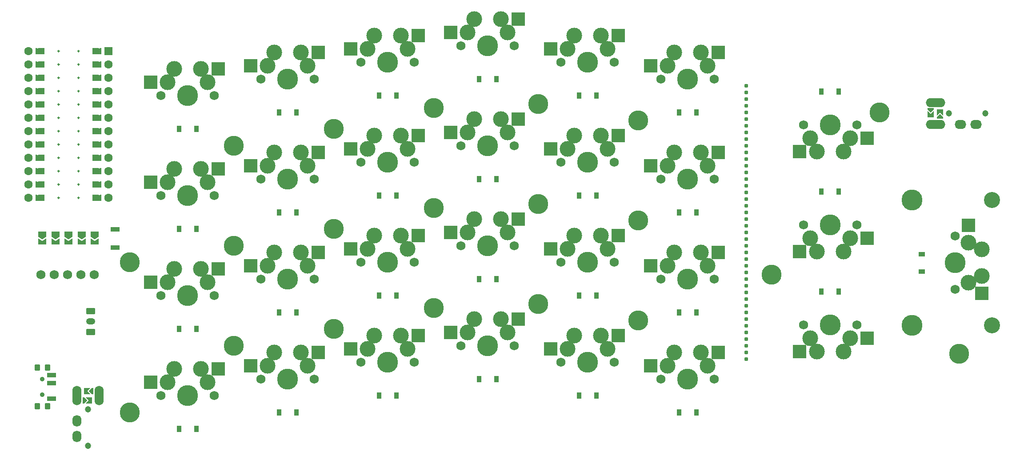
<source format=gbr>
%TF.GenerationSoftware,KiCad,Pcbnew,7.0.7*%
%TF.CreationDate,2023-08-28T12:27:39-04:00*%
%TF.ProjectId,garden,67617264-656e-42e6-9b69-6361645f7063,rev?*%
%TF.SameCoordinates,Original*%
%TF.FileFunction,Soldermask,Bot*%
%TF.FilePolarity,Negative*%
%FSLAX46Y46*%
G04 Gerber Fmt 4.6, Leading zero omitted, Abs format (unit mm)*
G04 Created by KiCad (PCBNEW 7.0.7) date 2023-08-28 12:27:39*
%MOMM*%
%LPD*%
G01*
G04 APERTURE LIST*
G04 Aperture macros list*
%AMRoundRect*
0 Rectangle with rounded corners*
0 $1 Rounding radius*
0 $2 $3 $4 $5 $6 $7 $8 $9 X,Y pos of 4 corners*
0 Add a 4 corners polygon primitive as box body*
4,1,4,$2,$3,$4,$5,$6,$7,$8,$9,$2,$3,0*
0 Add four circle primitives for the rounded corners*
1,1,$1+$1,$2,$3*
1,1,$1+$1,$4,$5*
1,1,$1+$1,$6,$7*
1,1,$1+$1,$8,$9*
0 Add four rect primitives between the rounded corners*
20,1,$1+$1,$2,$3,$4,$5,0*
20,1,$1+$1,$4,$5,$6,$7,0*
20,1,$1+$1,$6,$7,$8,$9,0*
20,1,$1+$1,$8,$9,$2,$3,0*%
%AMFreePoly0*
4,1,6,0.500000,-0.750000,-0.500000,-0.750000,-1.000000,0.000000,-0.500000,0.750000,0.500000,0.750000,0.500000,-0.750000,0.500000,-0.750000,$1*%
%AMFreePoly1*
4,1,6,0.150000,0.000000,0.650000,-0.750000,-0.500000,-0.750000,-0.500000,0.750000,0.650000,0.750000,0.150000,0.000000,0.150000,0.000000,$1*%
%AMFreePoly2*
4,1,6,0.600000,0.200000,0.000000,-0.400000,-0.600000,0.200000,-0.600000,0.500000,0.600000,0.500000,0.600000,0.200000,0.600000,0.200000,$1*%
%AMFreePoly3*
4,1,6,0.600000,-0.250000,-0.600000,-0.250000,-0.600000,1.000000,0.000000,0.400000,0.600000,1.000000,0.600000,-0.250000,0.600000,-0.250000,$1*%
%AMFreePoly4*
4,1,6,0.600000,-0.200000,0.600000,-0.400000,-0.600000,-0.400000,-0.600000,-0.200000,0.000000,0.400000,0.600000,-0.200000,0.600000,-0.200000,$1*%
%AMFreePoly5*
4,1,6,0.600000,-1.000000,0.000000,-0.400000,-0.600000,-1.000000,-0.600000,0.250000,0.600000,0.250000,0.600000,-1.000000,0.600000,-1.000000,$1*%
%AMFreePoly6*
4,1,6,0.600000,-0.200000,0.600000,-0.500000,-0.600000,-0.500000,-0.600000,-0.200000,0.000000,0.400000,0.600000,-0.200000,0.600000,-0.200000,$1*%
G04 Aperture macros list end*
%ADD10C,0.250000*%
%ADD11C,0.100000*%
%ADD12C,1.750000*%
%ADD13C,3.000000*%
%ADD14C,3.987800*%
%ADD15R,2.550000X2.500000*%
%ADD16R,0.900000X1.200000*%
%ADD17C,2.600000*%
%ADD18C,3.800000*%
%ADD19C,0.787400*%
%ADD20C,3.048000*%
%ADD21R,2.500000X2.550000*%
%ADD22FreePoly0,90.000000*%
%ADD23FreePoly1,90.000000*%
%ADD24O,3.700000X1.700000*%
%ADD25FreePoly2,0.000000*%
%ADD26C,1.200000*%
%ADD27FreePoly2,180.000000*%
%ADD28FreePoly3,0.000000*%
%ADD29FreePoly3,180.000000*%
%ADD30O,2.200000X1.700000*%
%ADD31R,1.200000X0.900000*%
%ADD32R,1.803400X0.812800*%
%ADD33RoundRect,0.250000X0.625000X-0.350000X0.625000X0.350000X-0.625000X0.350000X-0.625000X-0.350000X0*%
%ADD34RoundRect,0.250000X-0.625000X0.350000X-0.625000X-0.350000X0.625000X-0.350000X0.625000X0.350000X0*%
%ADD35O,1.750000X1.200000*%
%ADD36C,1.600000*%
%ADD37R,1.600000X1.600000*%
%ADD38FreePoly4,90.000000*%
%ADD39FreePoly4,270.000000*%
%ADD40FreePoly5,270.000000*%
%ADD41FreePoly5,90.000000*%
%ADD42C,0.900000*%
%ADD43RoundRect,0.102000X0.750000X-0.350000X0.750000X0.350000X-0.750000X0.350000X-0.750000X-0.350000X0*%
%ADD44RoundRect,0.102000X0.400000X-0.500000X0.400000X0.500000X-0.400000X0.500000X-0.400000X-0.500000X0*%
%ADD45C,1.752600*%
%ADD46O,1.700000X3.700000*%
%ADD47FreePoly6,270.000000*%
%ADD48FreePoly6,90.000000*%
%ADD49O,1.700000X2.200000*%
G04 APERTURE END LIST*
D10*
%TO.C,U1*%
X43559250Y-55821679D02*
G75*
G03*
X43559250Y-55821679I-125000J0D01*
G01*
X39753250Y-55821679D02*
G75*
G03*
X39753250Y-55821679I-125000J0D01*
G01*
X43559250Y-58361679D02*
G75*
G03*
X43559250Y-58361679I-125000J0D01*
G01*
X39753250Y-58361679D02*
G75*
G03*
X39753250Y-58361679I-125000J0D01*
G01*
X43559250Y-60901679D02*
G75*
G03*
X43559250Y-60901679I-125000J0D01*
G01*
X39753250Y-60901679D02*
G75*
G03*
X39753250Y-60901679I-125000J0D01*
G01*
X43559250Y-63441679D02*
G75*
G03*
X43559250Y-63441679I-125000J0D01*
G01*
X39753250Y-63441679D02*
G75*
G03*
X39753250Y-63441679I-125000J0D01*
G01*
X43559250Y-65981679D02*
G75*
G03*
X43559250Y-65981679I-125000J0D01*
G01*
X39753250Y-65981679D02*
G75*
G03*
X39753250Y-65981679I-125000J0D01*
G01*
X43559250Y-68521679D02*
G75*
G03*
X43559250Y-68521679I-125000J0D01*
G01*
X39753250Y-68521679D02*
G75*
G03*
X39753250Y-68521679I-125000J0D01*
G01*
X43559250Y-71061679D02*
G75*
G03*
X43559250Y-71061679I-125000J0D01*
G01*
X39753250Y-71061679D02*
G75*
G03*
X39753250Y-71061679I-125000J0D01*
G01*
X43559250Y-73601679D02*
G75*
G03*
X43559250Y-73601679I-125000J0D01*
G01*
X39753250Y-73601679D02*
G75*
G03*
X39753250Y-73601679I-125000J0D01*
G01*
X43559250Y-76141679D02*
G75*
G03*
X43559250Y-76141679I-125000J0D01*
G01*
X39753250Y-76141679D02*
G75*
G03*
X39753250Y-76141679I-125000J0D01*
G01*
X43559250Y-78681679D02*
G75*
G03*
X43559250Y-78681679I-125000J0D01*
G01*
X39753250Y-78681679D02*
G75*
G03*
X39753250Y-78681679I-125000J0D01*
G01*
X43559250Y-81221679D02*
G75*
G03*
X43559250Y-81221679I-125000J0D01*
G01*
X39753250Y-81221679D02*
G75*
G03*
X39753250Y-81221679I-125000J0D01*
G01*
X43559250Y-83761679D02*
G75*
G03*
X43559250Y-83761679I-125000J0D01*
G01*
X39753250Y-83761679D02*
G75*
G03*
X39753250Y-83761679I-125000J0D01*
G01*
D11*
X47627250Y-56329679D02*
X46611250Y-56329679D01*
X46611250Y-55313679D01*
X47627250Y-55313679D01*
X47627250Y-56329679D01*
G36*
X47627250Y-56329679D02*
G01*
X46611250Y-56329679D01*
X46611250Y-55313679D01*
X47627250Y-55313679D01*
X47627250Y-56329679D01*
G37*
X36451250Y-56329679D02*
X35435250Y-56329679D01*
X35435250Y-55313679D01*
X36451250Y-55313679D01*
X36451250Y-56329679D01*
G36*
X36451250Y-56329679D02*
G01*
X35435250Y-56329679D01*
X35435250Y-55313679D01*
X36451250Y-55313679D01*
X36451250Y-56329679D01*
G37*
X47627250Y-58869679D02*
X46611250Y-58869679D01*
X46611250Y-57853679D01*
X47627250Y-57853679D01*
X47627250Y-58869679D01*
G36*
X47627250Y-58869679D02*
G01*
X46611250Y-58869679D01*
X46611250Y-57853679D01*
X47627250Y-57853679D01*
X47627250Y-58869679D01*
G37*
X36451250Y-58869679D02*
X35435250Y-58869679D01*
X35435250Y-57853679D01*
X36451250Y-57853679D01*
X36451250Y-58869679D01*
G36*
X36451250Y-58869679D02*
G01*
X35435250Y-58869679D01*
X35435250Y-57853679D01*
X36451250Y-57853679D01*
X36451250Y-58869679D01*
G37*
X47627250Y-61409679D02*
X46611250Y-61409679D01*
X46611250Y-60393679D01*
X47627250Y-60393679D01*
X47627250Y-61409679D01*
G36*
X47627250Y-61409679D02*
G01*
X46611250Y-61409679D01*
X46611250Y-60393679D01*
X47627250Y-60393679D01*
X47627250Y-61409679D01*
G37*
X36451250Y-61409679D02*
X35435250Y-61409679D01*
X35435250Y-60393679D01*
X36451250Y-60393679D01*
X36451250Y-61409679D01*
G36*
X36451250Y-61409679D02*
G01*
X35435250Y-61409679D01*
X35435250Y-60393679D01*
X36451250Y-60393679D01*
X36451250Y-61409679D01*
G37*
X47627250Y-63949679D02*
X46611250Y-63949679D01*
X46611250Y-62933679D01*
X47627250Y-62933679D01*
X47627250Y-63949679D01*
G36*
X47627250Y-63949679D02*
G01*
X46611250Y-63949679D01*
X46611250Y-62933679D01*
X47627250Y-62933679D01*
X47627250Y-63949679D01*
G37*
X36451250Y-63949679D02*
X35435250Y-63949679D01*
X35435250Y-62933679D01*
X36451250Y-62933679D01*
X36451250Y-63949679D01*
G36*
X36451250Y-63949679D02*
G01*
X35435250Y-63949679D01*
X35435250Y-62933679D01*
X36451250Y-62933679D01*
X36451250Y-63949679D01*
G37*
X47627250Y-66489679D02*
X46611250Y-66489679D01*
X46611250Y-65473679D01*
X47627250Y-65473679D01*
X47627250Y-66489679D01*
G36*
X47627250Y-66489679D02*
G01*
X46611250Y-66489679D01*
X46611250Y-65473679D01*
X47627250Y-65473679D01*
X47627250Y-66489679D01*
G37*
X36451250Y-66489679D02*
X35435250Y-66489679D01*
X35435250Y-65473679D01*
X36451250Y-65473679D01*
X36451250Y-66489679D01*
G36*
X36451250Y-66489679D02*
G01*
X35435250Y-66489679D01*
X35435250Y-65473679D01*
X36451250Y-65473679D01*
X36451250Y-66489679D01*
G37*
X47627250Y-69029679D02*
X46611250Y-69029679D01*
X46611250Y-68013679D01*
X47627250Y-68013679D01*
X47627250Y-69029679D01*
G36*
X47627250Y-69029679D02*
G01*
X46611250Y-69029679D01*
X46611250Y-68013679D01*
X47627250Y-68013679D01*
X47627250Y-69029679D01*
G37*
X36451250Y-69029679D02*
X35435250Y-69029679D01*
X35435250Y-68013679D01*
X36451250Y-68013679D01*
X36451250Y-69029679D01*
G36*
X36451250Y-69029679D02*
G01*
X35435250Y-69029679D01*
X35435250Y-68013679D01*
X36451250Y-68013679D01*
X36451250Y-69029679D01*
G37*
X47627250Y-71569679D02*
X46611250Y-71569679D01*
X46611250Y-70553679D01*
X47627250Y-70553679D01*
X47627250Y-71569679D01*
G36*
X47627250Y-71569679D02*
G01*
X46611250Y-71569679D01*
X46611250Y-70553679D01*
X47627250Y-70553679D01*
X47627250Y-71569679D01*
G37*
X36451250Y-71569679D02*
X35435250Y-71569679D01*
X35435250Y-70553679D01*
X36451250Y-70553679D01*
X36451250Y-71569679D01*
G36*
X36451250Y-71569679D02*
G01*
X35435250Y-71569679D01*
X35435250Y-70553679D01*
X36451250Y-70553679D01*
X36451250Y-71569679D01*
G37*
X47627250Y-74109679D02*
X46611250Y-74109679D01*
X46611250Y-73093679D01*
X47627250Y-73093679D01*
X47627250Y-74109679D01*
G36*
X47627250Y-74109679D02*
G01*
X46611250Y-74109679D01*
X46611250Y-73093679D01*
X47627250Y-73093679D01*
X47627250Y-74109679D01*
G37*
X36451250Y-74109679D02*
X35435250Y-74109679D01*
X35435250Y-73093679D01*
X36451250Y-73093679D01*
X36451250Y-74109679D01*
G36*
X36451250Y-74109679D02*
G01*
X35435250Y-74109679D01*
X35435250Y-73093679D01*
X36451250Y-73093679D01*
X36451250Y-74109679D01*
G37*
X47627250Y-76649679D02*
X46611250Y-76649679D01*
X46611250Y-75633679D01*
X47627250Y-75633679D01*
X47627250Y-76649679D01*
G36*
X47627250Y-76649679D02*
G01*
X46611250Y-76649679D01*
X46611250Y-75633679D01*
X47627250Y-75633679D01*
X47627250Y-76649679D01*
G37*
X36451250Y-76649679D02*
X35435250Y-76649679D01*
X35435250Y-75633679D01*
X36451250Y-75633679D01*
X36451250Y-76649679D01*
G36*
X36451250Y-76649679D02*
G01*
X35435250Y-76649679D01*
X35435250Y-75633679D01*
X36451250Y-75633679D01*
X36451250Y-76649679D01*
G37*
X47627250Y-79189679D02*
X46611250Y-79189679D01*
X46611250Y-78173679D01*
X47627250Y-78173679D01*
X47627250Y-79189679D01*
G36*
X47627250Y-79189679D02*
G01*
X46611250Y-79189679D01*
X46611250Y-78173679D01*
X47627250Y-78173679D01*
X47627250Y-79189679D01*
G37*
X36451250Y-79189679D02*
X35435250Y-79189679D01*
X35435250Y-78173679D01*
X36451250Y-78173679D01*
X36451250Y-79189679D01*
G36*
X36451250Y-79189679D02*
G01*
X35435250Y-79189679D01*
X35435250Y-78173679D01*
X36451250Y-78173679D01*
X36451250Y-79189679D01*
G37*
X47627250Y-81729679D02*
X46611250Y-81729679D01*
X46611250Y-80713679D01*
X47627250Y-80713679D01*
X47627250Y-81729679D01*
G36*
X47627250Y-81729679D02*
G01*
X46611250Y-81729679D01*
X46611250Y-80713679D01*
X47627250Y-80713679D01*
X47627250Y-81729679D01*
G37*
X36451250Y-81729679D02*
X35435250Y-81729679D01*
X35435250Y-80713679D01*
X36451250Y-80713679D01*
X36451250Y-81729679D01*
G36*
X36451250Y-81729679D02*
G01*
X35435250Y-81729679D01*
X35435250Y-80713679D01*
X36451250Y-80713679D01*
X36451250Y-81729679D01*
G37*
X47627250Y-84269679D02*
X46611250Y-84269679D01*
X46611250Y-83253679D01*
X47627250Y-83253679D01*
X47627250Y-84269679D01*
G36*
X47627250Y-84269679D02*
G01*
X46611250Y-84269679D01*
X46611250Y-83253679D01*
X47627250Y-83253679D01*
X47627250Y-84269679D01*
G37*
X36451250Y-84269679D02*
X35435250Y-84269679D01*
X35435250Y-83253679D01*
X36451250Y-83253679D01*
X36451250Y-84269679D01*
G36*
X36451250Y-84269679D02*
G01*
X35435250Y-84269679D01*
X35435250Y-83253679D01*
X36451250Y-83253679D01*
X36451250Y-84269679D01*
G37*
%TD*%
D12*
%TO.C,MX15*%
X116301250Y-92868750D03*
D13*
X117571250Y-90328750D03*
D14*
X121381250Y-92868750D03*
D13*
X123921250Y-87788750D03*
D12*
X126461250Y-92868750D03*
D15*
X114296250Y-90328750D03*
X127223250Y-87788750D03*
%TD*%
D16*
%TO.C,D28*%
X184943750Y-63563504D03*
X188243750Y-63563504D03*
%TD*%
D12*
%TO.C,MX7*%
X78201250Y-99218750D03*
D13*
X79471250Y-96678750D03*
D14*
X83281250Y-99218750D03*
D13*
X85821250Y-94138750D03*
D12*
X88361250Y-99218750D03*
D15*
X76196250Y-96678750D03*
X89123250Y-94138750D03*
%TD*%
D16*
%TO.C,D3*%
X65881250Y-108743750D03*
X62581250Y-108743750D03*
%TD*%
D12*
%TO.C,MX21*%
X154401250Y-61118750D03*
D13*
X155671250Y-58578750D03*
D14*
X159481250Y-61118750D03*
D13*
X162021250Y-56038750D03*
D12*
X164561250Y-61118750D03*
D15*
X152396250Y-58578750D03*
X165323250Y-56038750D03*
%TD*%
D17*
%TO.C,REF\u002A\u002A*%
X175418750Y-98425000D03*
D18*
X175418750Y-98425000D03*
%TD*%
D19*
%TO.C,REF\u002A\u002A*%
X170656250Y-103028750D03*
X170656250Y-104298750D03*
X170656250Y-105568750D03*
X170656250Y-106838750D03*
X170656250Y-108108750D03*
%TD*%
%TO.C,REF\u002A\u002A*%
X170656250Y-71278750D03*
X170656250Y-72548750D03*
X170656250Y-73818750D03*
X170656250Y-75088750D03*
X170656250Y-76358750D03*
%TD*%
D17*
%TO.C,REF\u002A\u002A*%
X150018750Y-107156250D03*
D18*
X150018750Y-107156250D03*
%TD*%
D17*
%TO.C,REF\u002A\u002A*%
X53181250Y-96043750D03*
D18*
X53181250Y-96043750D03*
%TD*%
D16*
%TO.C,D27*%
X184943750Y-82613504D03*
X188243750Y-82613504D03*
%TD*%
D19*
%TO.C,REF\u002A\u002A*%
X170656250Y-64928750D03*
X170656250Y-66198750D03*
X170656250Y-67468750D03*
X170656250Y-68738750D03*
X170656250Y-70008750D03*
%TD*%
D17*
%TO.C,REF\u002A\u002A*%
X73025000Y-92868750D03*
D18*
X73025000Y-92868750D03*
%TD*%
D16*
%TO.C,D13*%
X123031250Y-61118750D03*
X119731250Y-61118750D03*
%TD*%
D12*
%TO.C,MX4*%
X59151250Y-121443750D03*
D13*
X60421250Y-118903750D03*
D14*
X64231250Y-121443750D03*
D13*
X66771250Y-116363750D03*
D12*
X69311250Y-121443750D03*
D15*
X57146250Y-118903750D03*
X70073250Y-116363750D03*
%TD*%
D17*
%TO.C,REF\u002A\u002A*%
X130968750Y-103981250D03*
D18*
X130968750Y-103981250D03*
%TD*%
D17*
%TO.C,REF\u002A\u002A*%
X150018750Y-88106250D03*
D18*
X150018750Y-88106250D03*
%TD*%
D16*
%TO.C,D6*%
X84931250Y-86518750D03*
X81631250Y-86518750D03*
%TD*%
D17*
%TO.C,REF\u002A\u002A*%
X92075000Y-108743750D03*
D18*
X92075000Y-108743750D03*
%TD*%
D19*
%TO.C,REF\u002A\u002A*%
X170656250Y-77628750D03*
X170656250Y-78898750D03*
X170656250Y-80168750D03*
X170656250Y-81438750D03*
X170656250Y-82708750D03*
%TD*%
D16*
%TO.C,D17*%
X142081250Y-64293750D03*
X138781250Y-64293750D03*
%TD*%
D17*
%TO.C,REF\u002A\u002A*%
X92075000Y-89693750D03*
D18*
X92075000Y-89693750D03*
%TD*%
D17*
%TO.C,REF\u002A\u002A*%
X111125000Y-104775000D03*
D18*
X111125000Y-104775000D03*
%TD*%
D16*
%TO.C,D14*%
X123031250Y-80168750D03*
X119731250Y-80168750D03*
%TD*%
%TO.C,D24*%
X161131250Y-124618750D03*
X157831250Y-124618750D03*
%TD*%
%TO.C,D7*%
X84931250Y-105568750D03*
X81631250Y-105568750D03*
%TD*%
D12*
%TO.C,MX9*%
X97251250Y-57943750D03*
D13*
X98521250Y-55403750D03*
D14*
X102331250Y-57943750D03*
D13*
X104871250Y-52863750D03*
D12*
X107411250Y-57943750D03*
D15*
X95246250Y-55403750D03*
X108173250Y-52863750D03*
%TD*%
D16*
%TO.C,D1*%
X65881250Y-70643750D03*
X62581250Y-70643750D03*
%TD*%
D17*
%TO.C,REF\u002A\u002A*%
X73025000Y-111918750D03*
D18*
X73025000Y-111918750D03*
%TD*%
D16*
%TO.C,D19*%
X142081250Y-102393750D03*
X138781250Y-102393750D03*
%TD*%
%TO.C,D20*%
X142081250Y-121443750D03*
X138781250Y-121443750D03*
%TD*%
D12*
%TO.C,MX18*%
X135351250Y-76993750D03*
D13*
X136621250Y-74453750D03*
D14*
X140431250Y-76993750D03*
D13*
X142971250Y-71913750D03*
D12*
X145511250Y-76993750D03*
D15*
X133346250Y-74453750D03*
X146273250Y-71913750D03*
%TD*%
D20*
%TO.C,MX25*%
X217411729Y-84189729D03*
D14*
X202171729Y-84189729D03*
D12*
X210426729Y-91047729D03*
D13*
X212966729Y-92317729D03*
X215506729Y-93587729D03*
D14*
X210426729Y-96127729D03*
D13*
X215506729Y-98667729D03*
X212966729Y-99937729D03*
D12*
X210426729Y-101207729D03*
D20*
X217411729Y-108065729D03*
D14*
X202171729Y-108065729D03*
D21*
X212966729Y-89042729D03*
X215506729Y-101969729D03*
%TD*%
D16*
%TO.C,D11*%
X103981250Y-102393750D03*
X100681250Y-102393750D03*
%TD*%
D17*
%TO.C,REF\u002A\u002A*%
X196056250Y-67468750D03*
D18*
X196056250Y-67468750D03*
%TD*%
D17*
%TO.C,REF\u002A\u002A*%
X111125000Y-85725000D03*
D18*
X111125000Y-85725000D03*
%TD*%
D12*
%TO.C,MX10*%
X97251250Y-76993750D03*
D13*
X98521250Y-74453750D03*
D14*
X102331250Y-76993750D03*
D13*
X104871250Y-71913750D03*
D12*
X107411250Y-76993750D03*
D15*
X95246250Y-74453750D03*
X108173250Y-71913750D03*
%TD*%
D16*
%TO.C,D23*%
X161131250Y-105568750D03*
X157831250Y-105568750D03*
%TD*%
%TO.C,D15*%
X123031250Y-99218750D03*
X119731250Y-99218750D03*
%TD*%
%TO.C,D10*%
X103981250Y-83343750D03*
X100681250Y-83343750D03*
%TD*%
%TO.C,D16*%
X123031250Y-118268750D03*
X119731250Y-118268750D03*
%TD*%
D22*
%TO.C,J1*%
X36531250Y-90715500D03*
X39031250Y-90715500D03*
X41531250Y-90715500D03*
X44031250Y-90715500D03*
X46531250Y-90715500D03*
D23*
X36531250Y-92165500D03*
X39031250Y-92165500D03*
X41531250Y-92165500D03*
X44031250Y-92165500D03*
X46531250Y-92165500D03*
%TD*%
D12*
%TO.C,MX3*%
X59151250Y-102393750D03*
D13*
X60421250Y-99853750D03*
D14*
X64231250Y-102393750D03*
D13*
X66771250Y-97313750D03*
D12*
X69311250Y-102393750D03*
D15*
X57146250Y-99853750D03*
X70073250Y-97313750D03*
%TD*%
D19*
%TO.C,REF\u002A\u002A*%
X170656250Y-90328750D03*
X170656250Y-91598750D03*
X170656250Y-92868750D03*
X170656250Y-94138750D03*
X170656250Y-95408750D03*
%TD*%
D12*
%TO.C,MX26*%
X191673750Y-108013504D03*
X191673750Y-108013504D03*
D13*
X190403750Y-110553504D03*
X189133750Y-113093504D03*
D14*
X186593750Y-108013504D03*
X186593750Y-108013504D03*
D13*
X184053750Y-113093504D03*
X182783750Y-110553504D03*
D12*
X181513750Y-108013504D03*
X181513750Y-108013504D03*
D15*
X193678750Y-110553504D03*
X180751750Y-113093504D03*
%TD*%
D16*
%TO.C,D4*%
X65881250Y-127793750D03*
X62581250Y-127793750D03*
%TD*%
D12*
%TO.C,MX14*%
X116301250Y-73818750D03*
D13*
X117571250Y-71278750D03*
D14*
X121381250Y-73818750D03*
D13*
X123921250Y-68738750D03*
D12*
X126461250Y-73818750D03*
D15*
X114296250Y-71278750D03*
X127223250Y-68738750D03*
%TD*%
D19*
%TO.C,REF\u002A\u002A*%
X170656250Y-109378750D03*
X170656250Y-110648750D03*
X170656250Y-111918750D03*
X170656250Y-113188750D03*
X170656250Y-114458750D03*
%TD*%
D12*
%TO.C,MX13*%
X116301250Y-54768750D03*
D13*
X117571250Y-52228750D03*
D14*
X121381250Y-54768750D03*
D13*
X123921250Y-49688750D03*
D12*
X126461250Y-54768750D03*
D15*
X114296250Y-52228750D03*
X127223250Y-49688750D03*
%TD*%
D19*
%TO.C,REF\u002A\u002A*%
X170656250Y-83978750D03*
X170656250Y-85248750D03*
X170656250Y-86518750D03*
X170656250Y-87788750D03*
X170656250Y-89058750D03*
%TD*%
D12*
%TO.C,MX2*%
X59151250Y-83343750D03*
D13*
X60421250Y-80803750D03*
D14*
X64231250Y-83343750D03*
D13*
X66771250Y-78263750D03*
D12*
X69311250Y-83343750D03*
D15*
X57146250Y-80803750D03*
X70073250Y-78263750D03*
%TD*%
D12*
%TO.C,MX20*%
X135351250Y-115093750D03*
D13*
X136621250Y-112553750D03*
D14*
X140431250Y-115093750D03*
D13*
X142971250Y-110013750D03*
D12*
X145511250Y-115093750D03*
D15*
X133346250Y-112553750D03*
X146273250Y-110013750D03*
%TD*%
D12*
%TO.C,MX24*%
X154401250Y-118268750D03*
X154401250Y-118268750D03*
D13*
X155671250Y-115728750D03*
X156941250Y-113188750D03*
D14*
X159481250Y-118268750D03*
X159481250Y-118268750D03*
D13*
X162021250Y-113188750D03*
X163291250Y-115728750D03*
D12*
X164561250Y-118268750D03*
X164561250Y-118268750D03*
D15*
X152396250Y-115728750D03*
X165323250Y-113188750D03*
%TD*%
D16*
%TO.C,D22*%
X161131250Y-86518750D03*
X157831250Y-86518750D03*
%TD*%
D19*
%TO.C,REF\u002A\u002A*%
X170656250Y-62388750D03*
X170656250Y-63658750D03*
%TD*%
D12*
%TO.C,MX6*%
X78201250Y-80168750D03*
D13*
X79471250Y-77628750D03*
D14*
X83281250Y-80168750D03*
D13*
X85821250Y-75088750D03*
D12*
X88361250Y-80168750D03*
D15*
X76196250Y-77628750D03*
X89123250Y-75088750D03*
%TD*%
D24*
%TO.C,U3*%
X206662125Y-65613021D03*
D25*
X205774125Y-67205021D03*
D26*
X216212125Y-67713021D03*
X216212125Y-67713021D03*
X209212125Y-67713021D03*
X209212125Y-67713021D03*
D27*
X207552125Y-68221021D03*
D24*
X206662125Y-69813021D03*
D28*
X205774125Y-68221021D03*
D29*
X207552125Y-67205021D03*
D30*
X211412125Y-69813021D03*
X214412125Y-69813021D03*
%TD*%
D17*
%TO.C,REF\u002A\u002A*%
X130968750Y-84931250D03*
D18*
X130968750Y-84931250D03*
%TD*%
D17*
%TO.C,REF\u002A\u002A*%
X92075000Y-70643750D03*
D18*
X92075000Y-70643750D03*
%TD*%
D17*
%TO.C,REF\u002A\u002A*%
X130968750Y-65881250D03*
D18*
X130968750Y-65881250D03*
%TD*%
D12*
%TO.C,MX17*%
X135351250Y-57943750D03*
D13*
X136621250Y-55403750D03*
D14*
X140431250Y-57943750D03*
D13*
X142971250Y-52863750D03*
D12*
X145511250Y-57943750D03*
D15*
X133346250Y-55403750D03*
X146273250Y-52863750D03*
%TD*%
D12*
%TO.C,MX19*%
X135351250Y-96043750D03*
D13*
X136621250Y-93503750D03*
D14*
X140431250Y-96043750D03*
D13*
X142971250Y-90963750D03*
D12*
X145511250Y-96043750D03*
D15*
X133346250Y-93503750D03*
X146273250Y-90963750D03*
%TD*%
D16*
%TO.C,D9*%
X103981250Y-64293750D03*
X100681250Y-64293750D03*
%TD*%
D12*
%TO.C,MX12*%
X97251250Y-115093750D03*
D13*
X98521250Y-112553750D03*
D14*
X102331250Y-115093750D03*
D13*
X104871250Y-110013750D03*
D12*
X107411250Y-115093750D03*
D15*
X95246250Y-112553750D03*
X108173250Y-110013750D03*
%TD*%
D12*
%TO.C,MX5*%
X78201250Y-61118750D03*
D13*
X79471250Y-58578750D03*
D14*
X83281250Y-61118750D03*
D13*
X85821250Y-56038750D03*
D12*
X88361250Y-61118750D03*
D15*
X76196250Y-58578750D03*
X89123250Y-56038750D03*
%TD*%
D16*
%TO.C,D8*%
X84931250Y-124618750D03*
X81631250Y-124618750D03*
%TD*%
D17*
%TO.C,REF\u002A\u002A*%
X53181250Y-124618750D03*
D18*
X53181250Y-124618750D03*
%TD*%
D17*
%TO.C,REF\u002A\u002A*%
X211137500Y-113506250D03*
D18*
X211137500Y-113506250D03*
%TD*%
D12*
%TO.C,MX27*%
X191673750Y-88963504D03*
X191673750Y-88963504D03*
D13*
X190403750Y-91503504D03*
X189133750Y-94043504D03*
D14*
X186593750Y-88963504D03*
X186593750Y-88963504D03*
D13*
X184053750Y-94043504D03*
X182783750Y-91503504D03*
D12*
X181513750Y-88963504D03*
X181513750Y-88963504D03*
D15*
X193678750Y-91503504D03*
X180751750Y-94043504D03*
%TD*%
D16*
%TO.C,D5*%
X84931250Y-67468750D03*
X81631250Y-67468750D03*
%TD*%
%TO.C,D2*%
X65881250Y-89693750D03*
X62581250Y-89693750D03*
%TD*%
D12*
%TO.C,MX28*%
X191673750Y-69913504D03*
X191673750Y-69913504D03*
D13*
X190403750Y-72453504D03*
X189133750Y-74993504D03*
D14*
X186593750Y-69913504D03*
X186593750Y-69913504D03*
D13*
X184053750Y-74993504D03*
X182783750Y-72453504D03*
D12*
X181513750Y-69913504D03*
X181513750Y-69913504D03*
D15*
X193678750Y-72453504D03*
X180751750Y-74993504D03*
%TD*%
D17*
%TO.C,REF\u002A\u002A*%
X73025000Y-73818750D03*
D18*
X73025000Y-73818750D03*
%TD*%
D12*
%TO.C,MX23*%
X154401250Y-99218750D03*
D13*
X155671250Y-96678750D03*
D14*
X159481250Y-99218750D03*
D13*
X162021250Y-94138750D03*
D12*
X164561250Y-99218750D03*
D15*
X152396250Y-96678750D03*
X165323250Y-94138750D03*
%TD*%
D17*
%TO.C,REF\u002A\u002A*%
X111125000Y-66675000D03*
D18*
X111125000Y-66675000D03*
%TD*%
D31*
%TO.C,D25*%
X204076729Y-97777729D03*
X204076729Y-94477729D03*
%TD*%
D19*
%TO.C,REF\u002A\u002A*%
X170656250Y-96678750D03*
X170656250Y-97948750D03*
X170656250Y-99218750D03*
X170656250Y-100488750D03*
X170656250Y-101758750D03*
%TD*%
D12*
%TO.C,MX1*%
X59151250Y-64293750D03*
D13*
X60421250Y-61753750D03*
D14*
X64231250Y-64293750D03*
D13*
X66771250Y-59213750D03*
D12*
X69311250Y-64293750D03*
D15*
X57146250Y-61753750D03*
X70073250Y-59213750D03*
%TD*%
D16*
%TO.C,D21*%
X161131250Y-67468750D03*
X157831250Y-67468750D03*
%TD*%
D12*
%TO.C,MX11*%
X97251250Y-96043750D03*
D13*
X98521250Y-93503750D03*
D14*
X102331250Y-96043750D03*
D13*
X104871250Y-90963750D03*
D12*
X107411250Y-96043750D03*
D15*
X95246250Y-93503750D03*
X108173250Y-90963750D03*
%TD*%
D17*
%TO.C,REF\u002A\u002A*%
X150018750Y-69056250D03*
D18*
X150018750Y-69056250D03*
%TD*%
D12*
%TO.C,MX22*%
X154401250Y-80168750D03*
D13*
X155671250Y-77628750D03*
D14*
X159481250Y-80168750D03*
D13*
X162021250Y-75088750D03*
D12*
X164561250Y-80168750D03*
D15*
X152396250Y-77628750D03*
X165323250Y-75088750D03*
%TD*%
D32*
%TO.C,SW0*%
X50377250Y-93207304D03*
X50377250Y-89807300D03*
%TD*%
D12*
%TO.C,MX16*%
X116301250Y-111918750D03*
D13*
X117571250Y-109378750D03*
D14*
X121381250Y-111918750D03*
D13*
X123921250Y-106838750D03*
D12*
X126461250Y-111918750D03*
D15*
X114296250Y-109378750D03*
X127223250Y-106838750D03*
%TD*%
D16*
%TO.C,D12*%
X103981250Y-121443750D03*
X100681250Y-121443750D03*
%TD*%
%TO.C,D18*%
X142081250Y-83343750D03*
X138781250Y-83343750D03*
%TD*%
D12*
%TO.C,MX8*%
X78201250Y-118268750D03*
D13*
X79471250Y-115728750D03*
D14*
X83281250Y-118268750D03*
D13*
X85821250Y-113188750D03*
D12*
X88361250Y-118268750D03*
D15*
X76196250Y-115728750D03*
X89123250Y-113188750D03*
%TD*%
D12*
%TO.C,MX22*%
X164561250Y-80168750D03*
D13*
X163291250Y-77628750D03*
D14*
X159481250Y-80168750D03*
D13*
X156941250Y-75088750D03*
D12*
X154401250Y-80168750D03*
%TD*%
%TO.C,MX6*%
X88361250Y-80168750D03*
D13*
X87091250Y-77628750D03*
D14*
X83281250Y-80168750D03*
D13*
X80741250Y-75088750D03*
D12*
X78201250Y-80168750D03*
%TD*%
%TO.C,MX7*%
X88361250Y-99218750D03*
D13*
X87091250Y-96678750D03*
D14*
X83281250Y-99218750D03*
D13*
X80741250Y-94138750D03*
D12*
X78201250Y-99218750D03*
%TD*%
%TO.C,MX2*%
X69311250Y-83343750D03*
D13*
X68041250Y-80803750D03*
D14*
X64231250Y-83343750D03*
D13*
X61691250Y-78263750D03*
D12*
X59151250Y-83343750D03*
%TD*%
%TO.C,MX10*%
X107411250Y-76993750D03*
D13*
X106141250Y-74453750D03*
D14*
X102331250Y-76993750D03*
D13*
X99791250Y-71913750D03*
D12*
X97251250Y-76993750D03*
%TD*%
%TO.C,MX1*%
X69311250Y-64293750D03*
D13*
X68041250Y-61753750D03*
D14*
X64231250Y-64293750D03*
D13*
X61691250Y-59213750D03*
D12*
X59151250Y-64293750D03*
%TD*%
%TO.C,MX16*%
X126461250Y-111918750D03*
D13*
X125191250Y-109378750D03*
D14*
X121381250Y-111918750D03*
D13*
X118841250Y-106838750D03*
D12*
X116301250Y-111918750D03*
%TD*%
%TO.C,MX23*%
X164561250Y-99218750D03*
D13*
X163291250Y-96678750D03*
D14*
X159481250Y-99218750D03*
D13*
X156941250Y-94138750D03*
D12*
X154401250Y-99218750D03*
%TD*%
D33*
%TO.C,J2*%
X45697000Y-109316750D03*
D34*
X45697000Y-109316750D03*
D33*
X45697000Y-105316750D03*
D34*
X45697000Y-105316750D03*
D35*
X45697000Y-107316750D03*
X45697000Y-107316750D03*
X45697000Y-107316750D03*
X45697000Y-107316750D03*
%TD*%
D12*
%TO.C,MX19*%
X145511250Y-96043750D03*
D13*
X144241250Y-93503750D03*
D14*
X140431250Y-96043750D03*
D13*
X137891250Y-90963750D03*
D12*
X135351250Y-96043750D03*
%TD*%
%TO.C,MX13*%
X126461250Y-54768750D03*
D13*
X125191250Y-52228750D03*
D14*
X121381250Y-54768750D03*
D13*
X118841250Y-49688750D03*
D12*
X116301250Y-54768750D03*
%TD*%
%TO.C,MX11*%
X107411250Y-96043750D03*
D13*
X106141250Y-93503750D03*
D14*
X102331250Y-96043750D03*
D13*
X99791250Y-90963750D03*
D12*
X97251250Y-96043750D03*
%TD*%
D36*
%TO.C,U1*%
X49151250Y-55821679D03*
D37*
X49151250Y-55821679D03*
D38*
X47373250Y-55821679D03*
D39*
X35689250Y-55821679D03*
D36*
X33911250Y-55821679D03*
X49151250Y-58361679D03*
D38*
X47373250Y-58361679D03*
D39*
X35689250Y-58361679D03*
D36*
X33911250Y-58361679D03*
X49151250Y-60901679D03*
D38*
X47373250Y-60901679D03*
D39*
X35689250Y-60901679D03*
D36*
X33911250Y-60901679D03*
X49151250Y-63441679D03*
D38*
X47373250Y-63441679D03*
D39*
X35689250Y-63441679D03*
D36*
X33911250Y-63441679D03*
X49151250Y-65981679D03*
D38*
X47373250Y-65981679D03*
D39*
X35689250Y-65981679D03*
D36*
X33911250Y-65981679D03*
X49151250Y-68521679D03*
D38*
X47373250Y-68521679D03*
D39*
X35689250Y-68521679D03*
D36*
X33911250Y-68521679D03*
X49151250Y-71061679D03*
D38*
X47373250Y-71061679D03*
D39*
X35689250Y-71061679D03*
D36*
X33911250Y-71061679D03*
X49151250Y-73601679D03*
D38*
X47373250Y-73601679D03*
D39*
X35689250Y-73601679D03*
D36*
X33911250Y-73601679D03*
X49151250Y-76141679D03*
D38*
X47373250Y-76141679D03*
D39*
X35689250Y-76141679D03*
D36*
X33911250Y-76141679D03*
X49151250Y-78681679D03*
D38*
X47373250Y-78681679D03*
D39*
X35689250Y-78681679D03*
D36*
X33911250Y-78681679D03*
X49151250Y-81221679D03*
D38*
X47373250Y-81221679D03*
D39*
X35689250Y-81221679D03*
D36*
X33911250Y-81221679D03*
X49151250Y-83761679D03*
D38*
X47373250Y-83761679D03*
D39*
X35689250Y-83761679D03*
D36*
X33911250Y-83761679D03*
D40*
X36705250Y-55821679D03*
X36705250Y-58361679D03*
X36705250Y-60901679D03*
X36705250Y-63441679D03*
X36705250Y-65981679D03*
X36705250Y-68521679D03*
X36705250Y-71061679D03*
X36705250Y-73601679D03*
X36705250Y-76141679D03*
X36705250Y-78681679D03*
X36705250Y-81221679D03*
X36705250Y-83761679D03*
D41*
X46357250Y-83761679D03*
X46357250Y-81221679D03*
X46357250Y-78681679D03*
X46357250Y-76141679D03*
X46357250Y-73601679D03*
X46357250Y-71061679D03*
X46357250Y-68521679D03*
X46357250Y-65981679D03*
X46357250Y-63441679D03*
X46357250Y-60901679D03*
X46357250Y-58361679D03*
X46357250Y-55821679D03*
%TD*%
D42*
%TO.C,SW1*%
X36521000Y-121297929D03*
X36521000Y-121297929D03*
X36521000Y-118297929D03*
X36521000Y-118297929D03*
D43*
X38271000Y-122047929D03*
X38271000Y-119047929D03*
X38271000Y-117547929D03*
D44*
X37486000Y-123447929D03*
X35556000Y-123447929D03*
X35556000Y-116147929D03*
X37486000Y-116147929D03*
%TD*%
D12*
%TO.C,MX3*%
X69311250Y-102393750D03*
D13*
X68041250Y-99853750D03*
D14*
X64231250Y-102393750D03*
D13*
X61691250Y-97313750D03*
D12*
X59151250Y-102393750D03*
%TD*%
%TO.C,MX5*%
X88361250Y-61118750D03*
D13*
X87091250Y-58578750D03*
D14*
X83281250Y-61118750D03*
D13*
X80741250Y-56038750D03*
D12*
X78201250Y-61118750D03*
%TD*%
D45*
%TO.C,Display1*%
X36291250Y-98425000D03*
X38831250Y-98425000D03*
X41371250Y-98425000D03*
X43911250Y-98425000D03*
X46451250Y-98425000D03*
%TD*%
D12*
%TO.C,MX14*%
X126461250Y-73818750D03*
D13*
X125191250Y-71278750D03*
D14*
X121381250Y-73818750D03*
D13*
X118841250Y-68738750D03*
D12*
X116301250Y-73818750D03*
%TD*%
%TO.C,MX18*%
X145511250Y-76993750D03*
D13*
X144241250Y-74453750D03*
D14*
X140431250Y-76993750D03*
D13*
X137891250Y-71913750D03*
D12*
X135351250Y-76993750D03*
%TD*%
%TO.C,MX12*%
X107411250Y-115093750D03*
D13*
X106141250Y-112553750D03*
D14*
X102331250Y-115093750D03*
D13*
X99791250Y-110013750D03*
D12*
X97251250Y-115093750D03*
%TD*%
%TO.C,MX4*%
X69311250Y-121443750D03*
D13*
X68041250Y-118903750D03*
D14*
X64231250Y-121443750D03*
D13*
X61691250Y-116363750D03*
D12*
X59151250Y-121443750D03*
%TD*%
%TO.C,MX8*%
X88361250Y-118268750D03*
D13*
X87091250Y-115728750D03*
D14*
X83281250Y-118268750D03*
D13*
X80741250Y-113188750D03*
D12*
X78201250Y-118268750D03*
%TD*%
D46*
%TO.C,U2*%
X43143750Y-121481250D03*
D47*
X44735750Y-122371250D03*
D26*
X45243750Y-124031250D03*
X45243750Y-124031250D03*
X45243750Y-131031250D03*
X45243750Y-131031250D03*
D48*
X45751750Y-120593250D03*
D46*
X47343750Y-121481250D03*
D41*
X44735750Y-120593250D03*
D40*
X45751750Y-122371250D03*
D49*
X43143750Y-126231250D03*
X43143750Y-129231250D03*
%TD*%
D12*
%TO.C,MX20*%
X145511250Y-115093750D03*
D13*
X144241250Y-112553750D03*
D14*
X140431250Y-115093750D03*
D13*
X137891250Y-110013750D03*
D12*
X135351250Y-115093750D03*
%TD*%
%TO.C,MX9*%
X107411250Y-57943750D03*
D13*
X106141250Y-55403750D03*
D14*
X102331250Y-57943750D03*
D13*
X99791250Y-52863750D03*
D12*
X97251250Y-57943750D03*
%TD*%
%TO.C,MX21*%
X164561250Y-61118750D03*
D13*
X163291250Y-58578750D03*
D14*
X159481250Y-61118750D03*
D13*
X156941250Y-56038750D03*
D12*
X154401250Y-61118750D03*
%TD*%
D16*
%TO.C,D26*%
X184943750Y-101663504D03*
X188243750Y-101663504D03*
%TD*%
D12*
%TO.C,MX17*%
X145511250Y-57943750D03*
D13*
X144241250Y-55403750D03*
D14*
X140431250Y-57943750D03*
D13*
X137891250Y-52863750D03*
D12*
X135351250Y-57943750D03*
%TD*%
%TO.C,MX15*%
X126461250Y-92868750D03*
D13*
X125191250Y-90328750D03*
D14*
X121381250Y-92868750D03*
D13*
X118841250Y-87788750D03*
D12*
X116301250Y-92868750D03*
%TD*%
M02*

</source>
